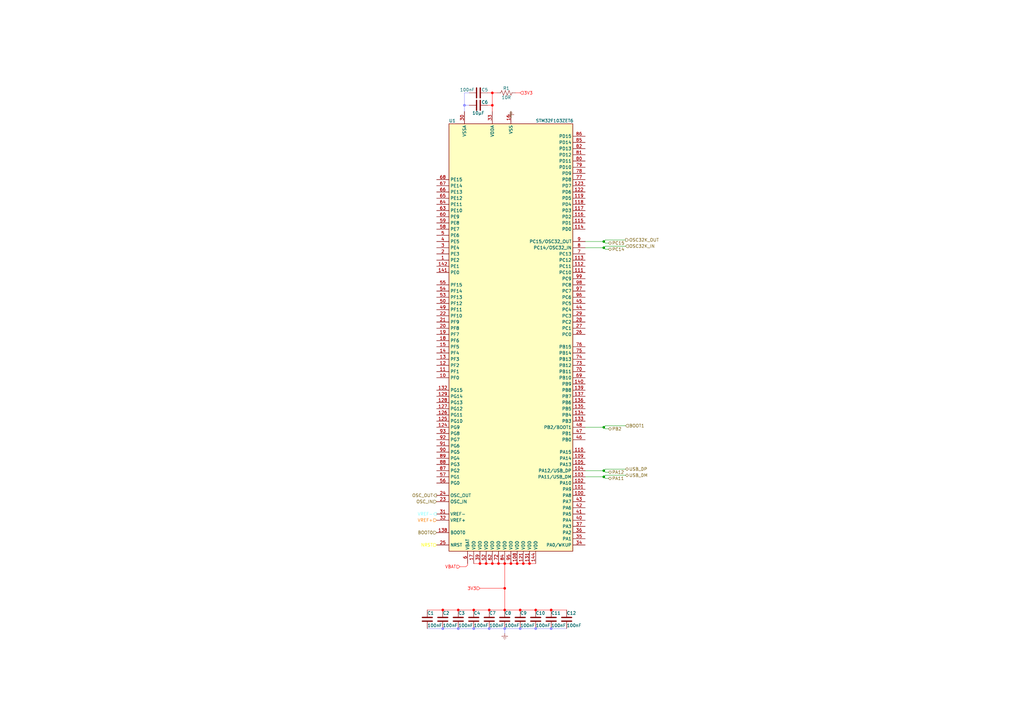
<source format=kicad_sch>
(kicad_sch (version 20231120) (generator "eeschema") (generator_version "8.0")
  (paper "A3")
  (title_block (title "ZET6_MCU") (date "2024-10-26") (company "Designer: Ginsakura"))
  (lib_symbols
    (symbol "Device:C" (pin_numbers hide) (pin_names (offset 0.254))
      (property "Reference" "C" (at 0.635 2.54 0))
      (property "Value" "C" (at 0.635 -2.54 0))
      (symbol "C_0_1"
        (polyline (pts (xy -2.032 -0.762) (xy 2.032 -0.762)) (stroke (width 0.508)))
        (polyline (pts (xy -2.032 0.762) (xy 2.032 0.762)) (stroke (width 0.508)))
      )
      (symbol "C_1_1"
        (pin passive line (at 0 3.81 270) (length 2.794) (name "~") (number "1"))
        (pin passive line (at 0 -3.81 90) (length 2.794) (name "~") (number "2"))
      )
    )
    (symbol "Device:R_US" (pin_numbers hide) (pin_names (offset 0))
      (property "Reference" "R" (at 2.54 0 90))
      (property "Value" "R_US" (at -2.54 0 90))
      (symbol "R_US_0_1"
        (polyline (pts (xy 0 -2.286) (xy 0 -2.54)))
        (polyline (pts (xy 0 2.286) (xy 0 2.54)))
        (polyline (pts (xy 0 -0.762) (xy 1.016 -1.143) (xy 0 -1.524) (xy -1.016 -1.905) (xy 0 -2.286)))
        (polyline (pts (xy 0 0.762) (xy 1.016 0.381) (xy 0 0) (xy -1.016 -0.381) (xy 0 -0.762)))
        (polyline (pts (xy 0 2.286) (xy 1.016 1.905) (xy 0 1.524) (xy -1.016 1.143) (xy 0 0.762)))
      )
      (symbol "R_US_1_1"
        (pin passive line (at 0 3.81 270) (length 1.27) (name "~") (number "1"))
        (pin passive line (at 0 -3.81 90) (length 1.27) (name "~") (number "2"))
      )
    )
    (symbol "MCU_ST_STM32F1:STM32F103ZETx"
      (property "Reference" "U1" (at -25.4 -87.63 0))
      (property "Value" "STM32F103ZET6" (at 10.16 -87.63 0))
      (symbol "STM32F103ZETx_0_1"
        (rectangle (start -25.4 88.9) (end 25.4 -86.36) (stroke (width 0.254)) (fill (type background)))
      )
      (symbol "STM32F103ZETx_1_1"
        (pin bidirectional line (at -30.48 -30.48 0) (length 5.08) (name "PE2") (number "1"))
        (pin bidirectional line (at -30.48 17.78 0) (length 5.08) (name "PF0") (number "10"))
        (pin bidirectional line (at 30.48 66.04 180) (length 5.08) (name "PA8") (number "100"))
        (pin bidirectional line (at 30.48 63.5 180) (length 5.08) (name "PA9") (number "101"))
        (pin bidirectional line (at 30.48 60.96 180) (length 5.08) (name "PA10") (number "102"))
        (pin bidirectional line (at 30.48 58.42 180) (length 5.08) (name "PA11/USB_DM") (number "103"))
        (pin bidirectional line (at 30.48 55.88 180) (length 5.08) (name "PA12/USB_DP") (number "104"))
        (pin bidirectional line (at 30.48 53.34 180) (length 5.08) (name "PA13") (number "105"))
        (pin no_connect line (at -30.48 -78.74 0) (length 5.08) hide (name "NC") (number "106"))
        (pin passive line (at 0 -91.44 90) (length 5.08) hide (name "VSS") (number "107"))
        (pin power_in line (at 2.54 93.98 270) (length 5.08) (name "VDD") (number "108"))
        (pin bidirectional line (at 30.48 50.8 180) (length 5.08) (name "PA14") (number "109"))
        (pin bidirectional line (at -30.48 15.24 0) (length 5.08) (name "PF1") (number "11"))
        (pin bidirectional line (at 30.48 48.26 180) (length 5.08) (name "PA15") (number "110"))
        (pin bidirectional line (at 30.48 -25.4 180) (length 5.08) (name "PC10") (number "111"))
        (pin bidirectional line (at 30.48 -27.94 180) (length 5.08) (name "PC11") (number "112"))
        (pin bidirectional line (at 30.48 -30.48 180) (length 5.08) (name "PC12") (number "113"))
        (pin bidirectional line (at 30.48 -43.18 180) (length 5.08) (name "PD0") (number "114"))
        (pin bidirectional line (at 30.48 -45.72 180) (length 5.08) (name "PD1") (number "115"))
        (pin bidirectional line (at 30.48 -48.26 180) (length 5.08) (name "PD2") (number "116"))
        (pin bidirectional line (at 30.48 -50.8 180) (length 5.08) (name "PD3") (number "117"))
        (pin bidirectional line (at 30.48 -53.34 180) (length 5.08) (name "PD4") (number "118"))
        (pin bidirectional line (at 30.48 -55.88 180) (length 5.08) (name "PD5") (number "119"))
        (pin bidirectional line (at -30.48 12.7 0) (length 5.08) (name "PF2") (number "12"))
        (pin passive line (at 0 -91.44 90) (length 5.08) hide (name "VSS") (number "120"))
        (pin power_in line (at 5.08 93.98 270) (length 5.08) (name "VDD") (number "121"))
        (pin bidirectional line (at 30.48 -58.42 180) (length 5.08) (name "PD6") (number "122"))
        (pin bidirectional line (at 30.48 -60.96 180) (length 5.08) (name "PD7") (number "123"))
        (pin bidirectional line (at -30.48 38.1 0) (length 5.08) (name "PG9") (number "124"))
        (pin bidirectional line (at -30.48 35.56 0) (length 5.08) (name "PG10") (number "125"))
        (pin bidirectional line (at -30.48 33.02 0) (length 5.08) (name "PG11") (number "126"))
        (pin bidirectional line (at -30.48 30.48 0) (length 5.08) (name "PG12") (number "127"))
        (pin bidirectional line (at -30.48 27.94 0) (length 5.08) (name "PG13") (number "128"))
        (pin bidirectional line (at -30.48 25.4 0) (length 5.08) (name "PG14") (number "129"))
        (pin bidirectional line (at -30.48 10.16 0) (length 5.08) (name "PF3") (number "13"))
        (pin passive line (at 0 -91.44 90) (length 5.08) hide (name "VSS") (number "130"))
        (pin power_in line (at 7.62 93.98 270) (length 5.08) (name "VDD") (number "131"))
        (pin bidirectional line (at -30.48 22.86 0) (length 5.08) (name "PG15") (number "132"))
        (pin bidirectional line (at 30.48 35.56 180) (length 5.08) (name "PB3") (number "133"))
        (pin bidirectional line (at 30.48 33.02 180) (length 5.08) (name "PB4") (number "134"))
        (pin bidirectional line (at 30.48 30.48 180) (length 5.08) (name "PB5") (number "135"))
        (pin bidirectional line (at 30.48 27.94 180) (length 5.08) (name "PB6") (number "136"))
        (pin bidirectional line (at 30.48 25.4 180) (length 5.08) (name "PB7") (number "137"))
        (pin input line (at -30.48 81.28 0) (length 5.08) (name "BOOT0") (number "138"))
        (pin bidirectional line (at 30.48 22.86 180) (length 5.08) (name "PB8") (number "139"))
        (pin bidirectional line (at -30.48 7.62 0) (length 5.08) (name "PF4") (number "14"))
        (pin bidirectional line (at 30.48 20.32 180) (length 5.08) (name "PB9") (number "140"))
        (pin bidirectional line (at -30.48 -25.4 0) (length 5.08) (name "PE0") (number "141"))
        (pin bidirectional line (at -30.48 -27.94 0) (length 5.08) (name "PE1") (number "142"))
        (pin passive line (at 0 -91.44 90) (length 5.08) hide (name "VSS") (number "143"))
        (pin power_in line (at 10.16 93.98 270) (length 5.08) (name "VDD") (number "144"))
        (pin bidirectional line (at -30.48 5.08 0) (length 5.08) (name "PF5") (number "15"))
        (pin power_in line (at 0 -91.44 90) (length 5.08) (name "VSS") (number "16"))
        (pin power_in line (at -15.24 93.98 270) (length 5.08) (name "VDD") (number "17"))
        (pin bidirectional line (at -30.48 2.54 0) (length 5.08) (name "PF6") (number "18"))
        (pin bidirectional line (at -30.48 0 0) (length 5.08) (name "PF7") (number "19"))
        (pin bidirectional line (at -30.48 -33.02 0) (length 5.08) (name "PE3") (number "2"))
        (pin bidirectional line (at -30.48 -2.54 0) (length 5.08) (name "PF8") (number "20"))
        (pin bidirectional line (at -30.48 -5.08 0) (length 5.08) (name "PF9") (number "21"))
        (pin bidirectional line (at -30.48 -7.62 0) (length 5.08) (name "PF10") (number "22"))
        (pin input line (at -30.48 68.58 0) (length 5.08) (name "OSC_IN") (number "23") (alternate "" input line) (alternate "" input line))
        (pin input line (at -30.48 66.04 0) (length 5.08) (name "OSC_OUT") (number "24") (alternate "" input line) (alternate "" input line))
        (pin input line (at -30.48 86.36 0) (length 5.08) (name "NRST") (number "25"))
        (pin bidirectional line (at 30.48 0 180) (length 5.08) (name "PC0") (number "26"))
        (pin bidirectional line (at 30.48 -2.54 180) (length 5.08) (name "PC1") (number "27"))
        (pin bidirectional line (at 30.48 -5.08 180) (length 5.08) (name "PC2") (number "28"))
        (pin bidirectional line (at 30.48 -7.62 180) (length 5.08) (name "PC3") (number "29"))
        (pin bidirectional line (at -30.48 -35.56 0) (length 5.08) (name "PE4") (number "3"))
        (pin power_in line (at -19.05 -91.44 90) (length 5.08) (name "VSSA") (number "30"))
        (pin input line (at -30.48 73.66 0) (length 5.08) (name "VREF-") (number "31"))
        (pin input line (at -30.48 76.2 0) (length 5.08) (name "VREF+") (number "32"))
        (pin power_in line (at -7.62 -91.44 90) (length 5.08) (name "VDDA") (number "33"))
        (pin bidirectional line (at 30.48 86.36 180) (length 5.08) (name "PA0/WKUP") (number "34"))
        (pin bidirectional line (at 30.48 83.82 180) (length 5.08) (name "PA1") (number "35"))
        (pin bidirectional line (at 30.48 81.28 180) (length 5.08) (name "PA2") (number "36"))
        (pin bidirectional line (at 30.48 78.74 180) (length 5.08) (name "PA3") (number "37"))
        (pin passive line (at 0 -91.44 90) (length 5.08) hide (name "VSS") (number "38"))
        (pin power_in line (at -12.7 93.98 270) (length 5.08) (name "VDD") (number "39"))
        (pin bidirectional line (at -30.48 -38.1 0) (length 5.08) (name "PE5") (number "4"))
        (pin bidirectional line (at 30.48 76.2 180) (length 5.08) (name "PA4") (number "40"))
        (pin bidirectional line (at 30.48 73.66 180) (length 5.08) (name "PA5") (number "41"))
        (pin bidirectional line (at 30.48 71.12 180) (length 5.08) (name "PA6") (number "42"))
        (pin bidirectional line (at 30.48 68.58 180) (length 5.08) (name "PA7") (number "43"))
        (pin bidirectional line (at 30.48 -10.16 180) (length 5.08) (name "PC4") (number "44"))
        (pin bidirectional line (at 30.48 -12.7 180) (length 5.08) (name "PC5") (number "45"))
        (pin bidirectional line (at 30.48 43.18 180) (length 5.08) (name "PB0") (number "46"))
        (pin bidirectional line (at 30.48 40.64 180) (length 5.08) (name "PB1") (number "47"))
        (pin bidirectional line (at 30.48 38.1 180) (length 5.08) (name "PB2/BOOT1") (number "48"))
        (pin bidirectional line (at -30.48 -10.16 0) (length 5.08) (name "PF11") (number "49"))
        (pin bidirectional line (at -30.48 -40.64 0) (length 5.08) (name "PE6") (number "5"))
        (pin bidirectional line (at -30.48 -12.7 0) (length 5.08) (name "PF12") (number "50"))
        (pin passive line (at 0 -91.44 90) (length 5.08) hide (name "VSS") (number "51"))
        (pin power_in line (at -10.16 93.98 270) (length 5.08) (name "VDD") (number "52"))
        (pin bidirectional line (at -30.48 -15.24 0) (length 5.08) (name "PF13") (number "53"))
        (pin bidirectional line (at -30.48 -17.78 0) (length 5.08) (name "PF14") (number "54"))
        (pin bidirectional line (at -30.48 -20.32 0) (length 5.08) (name "PF15") (number "55"))
        (pin bidirectional line (at -30.48 60.96 0) (length 5.08) (name "PG0") (number "56"))
        (pin bidirectional line (at -30.48 58.42 0) (length 5.08) (name "PG1") (number "57"))
        (pin bidirectional line (at -30.48 -43.18 0) (length 5.08) (name "PE7") (number "58"))
        (pin bidirectional line (at -30.48 -45.72 0) (length 5.08) (name "PE8") (number "59"))
        (pin power_in line (at -17.78 93.98 270) (length 5.08) (name "VBAT") (number "6"))
        (pin bidirectional line (at -30.48 -48.26 0) (length 5.08) (name "PE9") (number "60"))
        (pin passive line (at 0 -91.44 90) (length 5.08) hide (name "VSS") (number "61"))
        (pin power_in line (at -7.62 93.98 270) (length 5.08) (name "VDD") (number "62"))
        (pin bidirectional line (at -30.48 -50.8 0) (length 5.08) (name "PE10") (number "63"))
        (pin bidirectional line (at -30.48 -53.34 0) (length 5.08) (name "PE11") (number "64"))
        (pin bidirectional line (at -30.48 -55.88 0) (length 5.08) (name "PE12") (number "65"))
        (pin bidirectional line (at -30.48 -58.42 0) (length 5.08) (name "PE13") (number "66"))
        (pin bidirectional line (at -30.48 -60.96 0) (length 5.08) (name "PE14") (number "67"))
        (pin bidirectional line (at -30.48 -63.5 0) (length 5.08) (name "PE15") (number "68"))
        (pin bidirectional line (at 30.48 17.78 180) (length 5.08) (name "PB10") (number "69"))
        (pin bidirectional line (at 30.48 -33.02 180) (length 5.08) (name "PC13") (number "7"))
        (pin bidirectional line (at 30.48 15.24 180) (length 5.08) (name "PB11") (number "70"))
        (pin passive line (at 0 -91.44 90) (length 5.08) hide (name "VSS") (number "71"))
        (pin power_in line (at -5.08 93.98 270) (length 5.08) (name "VDD") (number "72"))
        (pin bidirectional line (at 30.48 12.7 180) (length 5.08) (name "PB12") (number "73"))
        (pin bidirectional line (at 30.48 10.16 180) (length 5.08) (name "PB13") (number "74"))
        (pin bidirectional line (at 30.48 7.62 180) (length 5.08) (name "PB14") (number "75"))
        (pin bidirectional line (at 30.48 5.08 180) (length 5.08) (name "PB15") (number "76"))
        (pin bidirectional line (at 30.48 -63.5 180) (length 5.08) (name "PD8") (number "77"))
        (pin bidirectional line (at 30.48 -66.04 180) (length 5.08) (name "PD9") (number "78"))
        (pin bidirectional line (at 30.48 -68.58 180) (length 5.08) (name "PD10") (number "79"))
        (pin bidirectional line (at 30.48 -35.56 180) (length 5.08) (name "PC14/OSC32_IN") (number "8"))
        (pin bidirectional line (at 30.48 -71.12 180) (length 5.08) (name "PD11") (number "80"))
        (pin bidirectional line (at 30.48 -73.66 180) (length 5.08) (name "PD12") (number "81"))
        (pin bidirectional line (at 30.48 -76.2 180) (length 5.08) (name "PD13") (number "82"))
        (pin passive line (at 0 -91.44 90) (length 5.08) hide (name "VSS") (number "83"))
        (pin power_in line (at -2.54 93.98 270) (length 5.08) (name "VDD") (number "84"))
        (pin bidirectional line (at 30.48 -78.74 180) (length 5.08) (name "PD14") (number "85"))
        (pin bidirectional line (at 30.48 -81.28 180) (length 5.08) (name "PD15") (number "86"))
        (pin bidirectional line (at -30.48 55.88 0) (length 5.08) (name "PG2") (number "87"))
        (pin bidirectional line (at -30.48 53.34 0) (length 5.08) (name "PG3") (number "88"))
        (pin bidirectional line (at -30.48 50.8 0) (length 5.08) (name "PG4") (number "89"))
        (pin bidirectional line (at 30.48 -38.1 180) (length 5.08) (name "PC15/OSC32_OUT") (number "9"))
        (pin bidirectional line (at -30.48 48.26 0) (length 5.08) (name "PG5") (number "90"))
        (pin bidirectional line (at -30.48 45.72 0) (length 5.08) (name "PG6") (number "91"))
        (pin bidirectional line (at -30.48 43.18 0) (length 5.08) (name "PG7") (number "92"))
        (pin bidirectional line (at -30.48 40.64 0) (length 5.08) (name "PG8") (number "93"))
        (pin passive line (at 0 -91.44 90) (length 5.08) hide (name "VSS") (number "94"))
        (pin power_in line (at 0 93.98 270) (length 5.08) (name "VDD") (number "95"))
        (pin bidirectional line (at 30.48 -15.24 180) (length 5.08) (name "PC6") (number "96"))
        (pin bidirectional line (at 30.48 -17.78 180) (length 5.08) (name "PC7") (number "97"))
        (pin bidirectional line (at 30.48 -20.32 180) (length 5.08) (name "PC8") (number "98"))
        (pin bidirectional line (at 30.48 -22.86 180) (length 5.08) (name "PC9") (number "99"))
      )
    )
    (symbol "power:Earth" (power) (pin_numbers hide) (pin_names (offset 0) hide)
      (property "Value" "Earth" (at 0 -3.81 0))
      (symbol "Earth_0_1"
        (polyline (pts (xy -0.635 -1.905) (xy 0.635 -1.905)))
        (polyline (pts (xy -0.127 -2.54) (xy 0.127 -2.54)))
        (polyline (pts (xy 0 -1.27) (xy 0 0)))
        (polyline (pts (xy 1.27 -1.27) (xy -1.27 -1.27)))
      )
      (symbol "Earth_1_1"
        (pin power_in line (at 0 0 270) (length 0) (name "~") (number "1"))
      )
    )
  )
  (junction (at 187.96 250.19) (color 255 0 0 1))
  (junction (at 194.31 257.81) (color 127 127 255 1))
  (junction (at 200.66 250.19) (color 255 0 0 1))
  (junction (at 247.65 193.04))
  (junction (at 201.93 43.18) (color 255 0 0 1))
  (junction (at 247.65 99.06))
  (junction (at 213.36 250.19) (color 255 0 0 1))
  (junction (at 201.93 38.1) (color 255 0 0 1))
  (junction (at 181.61 250.19) (color 255 0 0 1))
  (junction (at 247.65 101.6))
  (junction (at 226.06 250.19) (color 255 0 0 1))
  (junction (at 207.01 257.81) (color 127 127 255 1))
  (junction (at 199.39 231.14) (color 255 0 0 1))
  (junction (at 247.65 195.58))
  (junction (at 196.85 231.14) (color 255 0 0 1))
  (junction (at 207.01 231.14) (color 255 0 0 1))
  (junction (at 212.09 231.14) (color 255 0 0 1))
  (junction (at 217.17 231.14) (color 255 0 0 1))
  (junction (at 187.96 257.81) (color 127 127 255 1))
  (junction (at 219.71 257.81) (color 127 127 255 1))
  (junction (at 226.06 257.81) (color 127 127 255 1))
  (junction (at 213.36 257.81) (color 127 127 255 1))
  (junction (at 207.01 241.3) (color 255 0 0 1))
  (junction (at 190.5 43.18) (color 127 127 255 1))
  (junction (at 207.01 250.19) (color 255 0 0 1))
  (junction (at 247.65 175.26))
  (junction (at 201.93 231.14) (color 255 0 0 1))
  (junction (at 214.63 231.14) (color 255 0 0 1))
  (junction (at 194.31 250.19) (color 255 0 0 1))
  (junction (at 181.61 257.81) (color 127 127 255 1))
  (junction (at 204.47 231.14) (color 255 0 0 1))
  (junction (at 200.66 257.81) (color 127 127 255 1))
  (junction (at 219.71 250.19) (color 255 0 0 1))
  (junction (at 209.55 231.14) (color 255 0 0 1))
  (wire (pts (xy 188.595 232.41) (xy 191.135 232.41)) (stroke (width 0) (color 255 0 0 1)))
  (wire (pts (xy 201.93 38.1) (xy 203.835 38.1)) (stroke (width 0) (color 255 0 0 1)))
  (wire (pts (xy 248.285 102.235) (xy 247.65 101.6)))
  (wire (pts (xy 207.01 257.81) (xy 207.01 259.715)) (stroke (width 0) (color 127 127 255 1)))
  (wire (pts (xy 199.39 231.14) (xy 201.93 231.14)) (stroke (width 0) (color 255 0 0 1)))
  (wire (pts (xy 209.55 231.14) (xy 212.09 231.14)) (stroke (width 0) (color 255 0 0 1)))
  (wire (pts (xy 207.01 231.14) (xy 209.55 231.14)) (stroke (width 0) (color 255 0 0 1)))
  (wire (pts (xy 213.36 250.19) (xy 219.71 250.19)) (stroke (width 0) (color 255 0 0 1)))
  (wire (pts (xy 209.55 48.26) (xy 209.55 45.72)))
  (wire (pts (xy 248.285 192.405) (xy 247.65 193.04)))
  (wire (pts (xy 249.555 193.675) (xy 248.285 193.675)))
  (wire (pts (xy 248.285 174.625) (xy 247.65 175.26)))
  (wire (pts (xy 207.01 250.19) (xy 213.36 250.19)) (stroke (width 0) (color 255 0 0 1)))
  (wire (pts (xy 219.71 257.81) (xy 226.06 257.81)) (stroke (width 0) (color 127 127 255 1)))
  (wire (pts (xy 200.66 257.81) (xy 207.01 257.81)) (stroke (width 0) (color 127 127 255 1)))
  (wire (pts (xy 187.96 250.19) (xy 194.31 250.19)) (stroke (width 0) (color 255 0 0 1)))
  (wire (pts (xy 248.285 100.965) (xy 247.65 101.6)))
  (wire (pts (xy 207.01 241.3) (xy 207.01 250.19)) (stroke (width 0) (color 255 0 0 1)))
  (wire (pts (xy 181.61 250.19) (xy 187.96 250.19)) (stroke (width 0) (color 255 0 0 1)))
  (wire (pts (xy 226.06 250.19) (xy 232.41 250.19)) (stroke (width 0) (color 255 0 0 1)))
  (wire (pts (xy 201.93 38.1) (xy 201.93 43.18)) (stroke (width 0) (color 255 0 0 1)))
  (wire (pts (xy 181.61 257.81) (xy 187.96 257.81)) (stroke (width 0) (color 127 127 255 1)))
  (wire (pts (xy 240.03 101.6) (xy 247.65 101.6)))
  (wire (pts (xy 200.025 38.1) (xy 201.93 38.1)) (stroke (width 0) (color 255 0 0 1)))
  (wire (pts (xy 247.65 175.26) (xy 240.03 175.26)))
  (wire (pts (xy 213.36 257.81) (xy 219.71 257.81)) (stroke (width 0) (color 127 127 255 1)))
  (wire (pts (xy 194.31 257.81) (xy 200.66 257.81)) (stroke (width 0) (color 127 127 255 1)))
  (wire (pts (xy 248.285 193.675) (xy 247.65 193.04)))
  (wire (pts (xy 249.555 196.215) (xy 248.285 196.215)))
  (wire (pts (xy 200.025 43.18) (xy 201.93 43.18)) (stroke (width 0) (color 255 0 0 1)))
  (wire (pts (xy 214.63 231.14) (xy 217.17 231.14)) (stroke (width 0) (color 255 0 0 1)))
  (wire (pts (xy 219.71 250.19) (xy 226.06 250.19)) (stroke (width 0) (color 255 0 0 1)))
  (wire (pts (xy 196.85 241.3) (xy 207.01 241.3)) (stroke (width 0) (color 255 0 0 1)))
  (wire (pts (xy 248.285 196.215) (xy 247.65 195.58)))
  (wire (pts (xy 240.03 99.06) (xy 247.65 99.06)))
  (wire (pts (xy 248.285 98.425) (xy 256.54 98.425)))
  (wire (pts (xy 187.96 257.81) (xy 194.31 257.81)) (stroke (width 0) (color 127 127 255 1)))
  (wire (pts (xy 256.54 192.405) (xy 248.285 192.405)))
  (wire (pts (xy 204.47 231.14) (xy 207.01 231.14)) (stroke (width 0) (color 255 0 0 1)))
  (wire (pts (xy 212.09 231.14) (xy 214.63 231.14)) (stroke (width 0) (color 255 0 0 1)))
  (wire (pts (xy 256.54 174.625) (xy 248.285 174.625)))
  (wire (pts (xy 190.5 43.18) (xy 190.5 45.72)) (stroke (width 0) (color 127 127 255 1)))
  (wire (pts (xy 194.31 231.14) (xy 196.85 231.14)) (stroke (width 0) (color 255 0 0 1)))
  (wire (pts (xy 248.285 175.895) (xy 247.65 175.26)))
  (wire (pts (xy 207.01 257.81) (xy 213.36 257.81)) (stroke (width 0) (color 127 127 255 1)))
  (wire (pts (xy 175.26 257.81) (xy 181.61 257.81)) (stroke (width 0) (color 127 127 255 1)))
  (wire (pts (xy 247.65 195.58) (xy 240.03 195.58)))
  (wire (pts (xy 217.17 231.14) (xy 219.71 231.14)) (stroke (width 0) (color 255 0 0 1)))
  (wire (pts (xy 200.66 250.19) (xy 207.01 250.19)) (stroke (width 0) (color 255 0 0 1)))
  (wire (pts (xy 201.93 43.18) (xy 201.93 45.72)) (stroke (width 0) (color 255 0 0 1)))
  (wire (pts (xy 249.555 175.895) (xy 248.285 175.895)))
  (wire (pts (xy 194.31 250.19) (xy 200.66 250.19)) (stroke (width 0) (color 255 0 0 1)))
  (wire (pts (xy 190.5 38.1) (xy 192.405 38.1)) (stroke (width 0) (color 127 127 255 1)))
  (wire (pts (xy 248.285 99.695) (xy 247.65 99.06)))
  (wire (pts (xy 191.77 231.775) (xy 191.135 232.41)) (stroke (width 0) (color 255 0 0 1)))
  (wire (pts (xy 190.5 43.18) (xy 192.405 43.18)) (stroke (width 0) (color 127 127 255 1)))
  (wire (pts (xy 248.285 100.965) (xy 256.54 100.965)))
  (wire (pts (xy 256.54 194.945) (xy 248.285 194.945)))
  (wire (pts (xy 175.26 250.19) (xy 181.61 250.19)) (stroke (width 0) (color 255 0 0 1)))
  (wire (pts (xy 247.65 193.04) (xy 240.03 193.04)))
  (wire (pts (xy 207.01 241.3) (xy 207.01 231.14)) (stroke (width 0) (color 255 0 0 1)))
  (wire (pts (xy 213.36 38.1) (xy 211.455 38.1)) (stroke (width 0) (color 255 0 0 1)))
  (wire (pts (xy 201.93 231.14) (xy 204.47 231.14)) (stroke (width 0) (color 255 0 0 1)))
  (wire (pts (xy 248.285 99.695) (xy 249.555 99.695)))
  (wire (pts (xy 248.285 102.235) (xy 249.555 102.235)))
  (wire (pts (xy 248.285 98.425) (xy 247.65 99.06)))
  (wire (pts (xy 190.5 38.1) (xy 190.5 43.18)) (stroke (width 0) (color 127 127 255 1)))
  (wire (pts (xy 196.85 231.14) (xy 199.39 231.14)) (stroke (width 0) (color 255 0 0 1)))
  (wire (pts (xy 248.285 194.945) (xy 247.65 195.58)))
  (wire (pts (xy 226.06 257.81) (xy 232.41 257.81)) (stroke (width 0) (color 127 127 255 1)))
  (wire (pts (xy 191.77 231.775) (xy 191.77 231.14)) (stroke (width 0) (color 255 0 0 1)))
  (hierarchical_label "VREF-" (shape output) (at 179.07 210.82 180))
  (hierarchical_label "PA11" (shape bidirectional) (at 249.555 196.215 0))
  (hierarchical_label "USB_DP" (shape bidirectional) (at 256.54 192.405 0))
  (hierarchical_label "OSC32K_OUT" (shape output) (at 256.54 98.425 0))
  (hierarchical_label "NRST" (shape input) (at 179.07 223.52 180))
  (hierarchical_label "PA12" (shape bidirectional) (at 249.555 193.675 0))
  (hierarchical_label "OSC32K_IN" (shape input) (at 256.54 100.965 0))
  (hierarchical_label "OSC_IN" (shape input) (at 179.07 205.74 180))
  (hierarchical_label "VBAT" (shape input) (at 188.595 232.41 180))
  (hierarchical_label "USB_DM" (shape bidirectional) (at 256.54 194.945 0))
  (hierarchical_label "PC15" (shape bidirectional) (at 249.555 99.695 0))
  (hierarchical_label "BOOT0" (shape input) (at 179.07 218.44 180))
  (hierarchical_label "3V3" (shape input) (at 213.36 38.1 0))
  (hierarchical_label "PB2" (shape bidirectional) (at 249.555 175.895 0))
  (hierarchical_label "OSC_OUT" (shape output) (at 179.07 203.2 180))
  (hierarchical_label "BOOT1" (shape input) (at 256.54 174.625 0))
  (hierarchical_label "VREF+" (shape input) (at 179.07 213.36 180))
  (hierarchical_label "3V3" (shape input) (at 196.85 241.3 180))
  (hierarchical_label "PC14" (shape bidirectional) (at 249.555 102.235 0))
  (symbol (lib_id "Device:C") (at 219.71 254 0) (unit 1)
    (property "Reference" "C10" (at 219.71 251.46 0) (effects (justify left)))
    (property "Value" "100nF" (at 219.71 256.54 0) (effects (justify left)))
    (property "Footprint" "Capacitor_SMD:C_0603_1608Metric" (effects (hide yes)))
    (property "Description" "Unpolarized capacitor" (effects (hide yes)))
  )
  (symbol (lib_id "Device:C") (at 200.66 254 0) (unit 1)
    (property "Reference" "C7" (at 200.66 251.46 0) (effects (justify left)))
    (property "Value" "100nF" (at 200.66 256.54 0) (effects (justify left)))
    (property "Footprint" "Capacitor_SMD:C_0603_1608Metric" (effects (hide yes)))
    (property "Description" "Unpolarized capacitor" (effects (hide yes)))
  )
  (symbol (lib_id "Device:C") (at 226.06 254 0) (unit 1)
    (property "Reference" "C11" (at 226.06 251.46 0) (effects (justify left)))
    (property "Value" "100nF" (at 226.06 256.54 0) (effects (justify left)))
    (property "Footprint" "Capacitor_SMD:C_0603_1608Metric" (effects (hide yes)))
    (property "Description" "Unpolarized capacitor" (effects (hide yes)))
  )
  (symbol (lib_id "Device:R_US") (at 207.645 38.1 270) (unit 1)
    (property "Reference" "R1" (at 207.645 36.195 90))
    (property "Value" "10R" (at 207.645 40.005 90))
    (property "Footprint" "Resistor_SMD:R_0805_2012Metric" (effects (hide yes)))
    (property "Description" "Resistor, US symbol" (effects (hide yes)))
  )
  (symbol (lib_id "Device:C") (at 187.96 254 0) (unit 1)
    (property "Reference" "C3" (at 187.96 251.46 0) (effects (justify left)))
    (property "Value" "100nF" (at 187.96 256.54 0) (effects (justify left)))
    (property "Footprint" "Capacitor_SMD:C_0603_1608Metric" (effects (hide yes)))
    (property "Description" "Unpolarized capacitor" (effects (hide yes)))
  )
  (symbol (lib_id "Device:C") (at 194.31 254 0) (unit 1)
    (property "Reference" "C4" (at 194.31 251.46 0) (effects (justify left)))
    (property "Value" "100nF" (at 194.31 256.54 0) (effects (justify left)))
    (property "Footprint" "Capacitor_SMD:C_0603_1608Metric" (effects (hide yes)))
    (property "Description" "Unpolarized capacitor" (effects (hide yes)))
  )
  (symbol (lib_id "power:Earth") (at 207.01 259.715 0) (unit 1)
    (property "Reference" "#PWR01" (effects (hide yes)))
    (property "Value" "Earth" (effects (hide yes)))
    (property "Description" "Power symbol creates a global label with name \"Earth\"" (effects (hide yes)))
  )
  (symbol (lib_id "Device:C") (at 196.215 38.1 270) (unit 1)
    (property "Reference" "C5" (at 197.485 36.83 90) (effects (justify left)))
    (property "Value" "100nF" (at 188.595 36.83 90) (effects (justify left)))
    (property "Footprint" "Capacitor_SMD:C_0603_1608Metric" (effects (hide yes)))
    (property "Description" "Unpolarized capacitor" (effects (hide yes)))
  )
  (symbol (lib_id "Device:C") (at 213.36 254 0) (unit 1)
    (property "Reference" "C9" (at 213.36 251.46 0) (effects (justify left)))
    (property "Value" "100nF" (at 213.36 256.54 0) (effects (justify left)))
    (property "Footprint" "Capacitor_SMD:C_0603_1608Metric" (effects (hide yes)))
    (property "Description" "Unpolarized capacitor" (effects (hide yes)))
  )
  (symbol (lib_id "Device:C") (at 181.61 254 0) (unit 1)
    (property "Reference" "C2" (at 181.61 251.46 0) (effects (justify left)))
    (property "Value" "100nF" (at 181.61 256.54 0) (effects (justify left)))
    (property "Footprint" "Capacitor_SMD:C_0603_1608Metric" (effects (hide yes)))
    (property "Description" "Unpolarized capacitor" (effects (hide yes)))
  )
  (symbol (lib_id "power:Earth") (at 209.55 48.26 180) (unit 1)
    (property "Reference" "#PWR02" (effects (hide yes)))
    (property "Value" "Earth" (effects (hide yes)))
    (property "Description" "Power symbol creates a global label with name \"Earth\"" (effects (hide yes)))
  )
  (symbol (lib_id "Device:C") (at 232.41 254 0) (unit 1)
    (property "Reference" "C12" (at 232.41 251.46 0) (effects (justify left)))
    (property "Value" "100nF" (at 232.41 256.54 0) (effects (justify left)))
    (property "Footprint" "Capacitor_SMD:C_0603_1608Metric" (effects (hide yes)))
    (property "Description" "Unpolarized capacitor" (effects (hide yes)))
  )
  (symbol (lib_id "Device:C") (at 196.215 43.18 270) (unit 1)
    (property "Reference" "C6" (at 197.485 41.91 90) (effects (justify left)))
    (property "Value" "10μF" (at 193.675 46.355 90) (effects (justify left)))
    (property "Footprint" "Capacitor_SMD:C_0603_1608Metric" (effects (hide yes)))
    (property "Description" "Unpolarized capacitor" (effects (hide yes)))
  )
  (symbol (lib_id "Device:C") (at 175.26 254 0) (unit 1)
    (property "Reference" "C1" (at 175.26 251.46 0) (effects (justify left)))
    (property "Value" "100nF" (at 175.26 256.54 0) (effects (justify left)))
    (property "Footprint" "Capacitor_SMD:C_0603_1608Metric" (effects (hide yes)))
    (property "Description" "Unpolarized capacitor" (effects (hide yes)))
  )
  (symbol (lib_id "Device:C") (at 207.01 254 0) (unit 1)
    (property "Reference" "C8" (at 207.01 251.46 0) (effects (justify left)))
    (property "Value" "100nF" (at 207.01 256.54 0) (effects (justify left)))
    (property "Footprint" "Capacitor_SMD:C_0603_1608Metric" (effects (hide yes)))
    (property "Description" "Unpolarized capacitor" (effects (hide yes)))
  )
  (symbol (lib_id "MCU_ST_STM32F1:STM32F103ZETx") (at 209.55 137.16 0) (mirror x) (unit 1)
    (property "Reference" "U1" (at 184.15 49.53 0) (effects (justify left)))
    (property "Value" "STM32F103ZET6" (at 219.71 49.53 0) (effects (justify left)))
    (property "Footprint" "Package_QFP:LQFP-144_20x20mm_P0.5mm" (effects (hide yes)))
    (property "Datasheet" "https://www.st.com/resource/en/datasheet/stm32f103ze.pdf" (effects (hide yes)))
    (property "Description" "STMicroelectronics Arm Cortex-M3 MCU, 512KB flash, 64KB RAM, 72 MHz, 2.0-3.6V, 112 GPIO, LQFP144" (effects (hide yes)))
    (pin "23" (alternate "OSC_IN"))
    (pin "24" (alternate "OSC_OUT"))
  )
)
</source>
